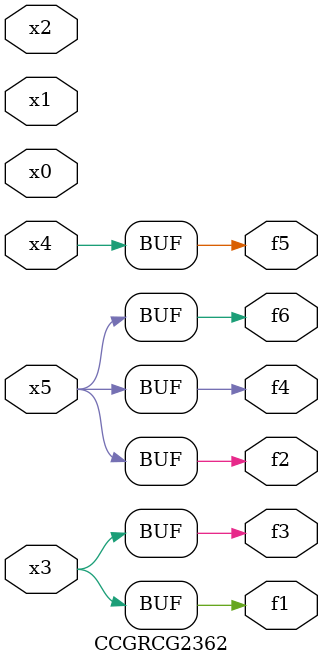
<source format=v>
module CCGRCG2362(
	input x0, x1, x2, x3, x4, x5,
	output f1, f2, f3, f4, f5, f6
);
	assign f1 = x3;
	assign f2 = x5;
	assign f3 = x3;
	assign f4 = x5;
	assign f5 = x4;
	assign f6 = x5;
endmodule

</source>
